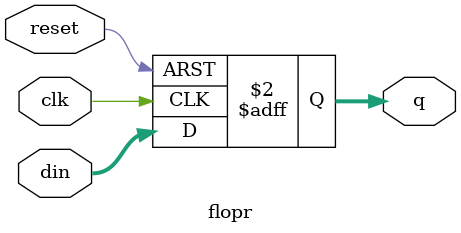
<source format=v>
`timescale 1ns / 1ps


module flopr #(parameter WIDTH = 32) (
    input clk,
    input reset,
    input [WIDTH-1:0] din,
    output reg [WIDTH-1:0] q
    );
    
    always @(posedge clk, posedge reset)
        if (reset)
            q <= 0;
        else
            q <= din;
    
endmodule

</source>
